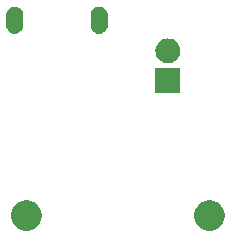
<source format=gbs>
G04 #@! TF.GenerationSoftware,KiCad,Pcbnew,5.0.2-bee76a0~70~ubuntu16.04.1*
G04 #@! TF.CreationDate,2018-12-16T16:52:19+05:30*
G04 #@! TF.ProjectId,voltage_6V,766f6c74-6167-4655-9f36-562e6b696361,rev?*
G04 #@! TF.SameCoordinates,Original*
G04 #@! TF.FileFunction,Soldermask,Bot*
G04 #@! TF.FilePolarity,Negative*
%FSLAX46Y46*%
G04 Gerber Fmt 4.6, Leading zero omitted, Abs format (unit mm)*
G04 Created by KiCad (PCBNEW 5.0.2-bee76a0~70~ubuntu16.04.1) date Sun Dec 16 16:52:19 2018*
%MOMM*%
%LPD*%
G01*
G04 APERTURE LIST*
%ADD10C,0.100000*%
G04 APERTURE END LIST*
D10*
G36*
X158379196Y-101749958D02*
X158615780Y-101847954D01*
X158828705Y-101990226D01*
X159009774Y-102171295D01*
X159152046Y-102384220D01*
X159250042Y-102620804D01*
X159300000Y-102871960D01*
X159300000Y-103128040D01*
X159250042Y-103379196D01*
X159152046Y-103615780D01*
X159009774Y-103828705D01*
X158828705Y-104009774D01*
X158615780Y-104152046D01*
X158379196Y-104250042D01*
X158128040Y-104300000D01*
X157871960Y-104300000D01*
X157620804Y-104250042D01*
X157384220Y-104152046D01*
X157171295Y-104009774D01*
X156990226Y-103828705D01*
X156847954Y-103615780D01*
X156749958Y-103379196D01*
X156700000Y-103128040D01*
X156700000Y-102871960D01*
X156749958Y-102620804D01*
X156847954Y-102384220D01*
X156990226Y-102171295D01*
X157171295Y-101990226D01*
X157384220Y-101847954D01*
X157620804Y-101749958D01*
X157871960Y-101700000D01*
X158128040Y-101700000D01*
X158379196Y-101749958D01*
X158379196Y-101749958D01*
G37*
G36*
X142879196Y-101749958D02*
X143115780Y-101847954D01*
X143328705Y-101990226D01*
X143509774Y-102171295D01*
X143652046Y-102384220D01*
X143750042Y-102620804D01*
X143800000Y-102871960D01*
X143800000Y-103128040D01*
X143750042Y-103379196D01*
X143652046Y-103615780D01*
X143509774Y-103828705D01*
X143328705Y-104009774D01*
X143115780Y-104152046D01*
X142879196Y-104250042D01*
X142628040Y-104300000D01*
X142371960Y-104300000D01*
X142120804Y-104250042D01*
X141884220Y-104152046D01*
X141671295Y-104009774D01*
X141490226Y-103828705D01*
X141347954Y-103615780D01*
X141249958Y-103379196D01*
X141200000Y-103128040D01*
X141200000Y-102871960D01*
X141249958Y-102620804D01*
X141347954Y-102384220D01*
X141490226Y-102171295D01*
X141671295Y-101990226D01*
X141884220Y-101847954D01*
X142120804Y-101749958D01*
X142371960Y-101700000D01*
X142628040Y-101700000D01*
X142879196Y-101749958D01*
X142879196Y-101749958D01*
G37*
G36*
X155528000Y-92654000D02*
X153428000Y-92654000D01*
X153428000Y-90554000D01*
X155528000Y-90554000D01*
X155528000Y-92654000D01*
X155528000Y-92654000D01*
G37*
G36*
X154606707Y-88021597D02*
X154683836Y-88029193D01*
X154815787Y-88069220D01*
X154881763Y-88089233D01*
X155064172Y-88186733D01*
X155224054Y-88317946D01*
X155355267Y-88477828D01*
X155452767Y-88660237D01*
X155452767Y-88660238D01*
X155512807Y-88858164D01*
X155533080Y-89064000D01*
X155512807Y-89269836D01*
X155472780Y-89401787D01*
X155452767Y-89467763D01*
X155355267Y-89650172D01*
X155224054Y-89810054D01*
X155064172Y-89941267D01*
X154881763Y-90038767D01*
X154815787Y-90058780D01*
X154683836Y-90098807D01*
X154606707Y-90106404D01*
X154529580Y-90114000D01*
X154426420Y-90114000D01*
X154349293Y-90106404D01*
X154272164Y-90098807D01*
X154140213Y-90058780D01*
X154074237Y-90038767D01*
X153891828Y-89941267D01*
X153731946Y-89810054D01*
X153600733Y-89650172D01*
X153503233Y-89467763D01*
X153483220Y-89401787D01*
X153443193Y-89269836D01*
X153422920Y-89064000D01*
X153443193Y-88858164D01*
X153503233Y-88660238D01*
X153503233Y-88660237D01*
X153600733Y-88477828D01*
X153731946Y-88317946D01*
X153891828Y-88186733D01*
X154074237Y-88089233D01*
X154140213Y-88069220D01*
X154272164Y-88029193D01*
X154349293Y-88021597D01*
X154426420Y-88014000D01*
X154529580Y-88014000D01*
X154606707Y-88021597D01*
X154606707Y-88021597D01*
G37*
G36*
X141552375Y-85318159D02*
X141647125Y-85327491D01*
X141738234Y-85355128D01*
X141783789Y-85368947D01*
X141909738Y-85436269D01*
X142020132Y-85526868D01*
X142110731Y-85637262D01*
X142178053Y-85763211D01*
X142191872Y-85808766D01*
X142219509Y-85899875D01*
X142230000Y-86006393D01*
X142230000Y-86927607D01*
X142219509Y-87034125D01*
X142191872Y-87125234D01*
X142178053Y-87170789D01*
X142110731Y-87296738D01*
X142020132Y-87407132D01*
X141909737Y-87497731D01*
X141783788Y-87565053D01*
X141738233Y-87578872D01*
X141647124Y-87606509D01*
X141505000Y-87620507D01*
X141504999Y-87620507D01*
X141457625Y-87615841D01*
X141362875Y-87606509D01*
X141271766Y-87578872D01*
X141226211Y-87565053D01*
X141100262Y-87497731D01*
X140989868Y-87407132D01*
X140899269Y-87296737D01*
X140831947Y-87170788D01*
X140818128Y-87125233D01*
X140790491Y-87034124D01*
X140780000Y-86927606D01*
X140780000Y-86006393D01*
X140790492Y-85899875D01*
X140818129Y-85808766D01*
X140831948Y-85763211D01*
X140899270Y-85637262D01*
X140989869Y-85526868D01*
X141100263Y-85436269D01*
X141226212Y-85368947D01*
X141271767Y-85355128D01*
X141362876Y-85327491D01*
X141505000Y-85313493D01*
X141505001Y-85313493D01*
X141552375Y-85318159D01*
X141552375Y-85318159D01*
G37*
G36*
X148797124Y-85327491D02*
X148888233Y-85355128D01*
X148933788Y-85368947D01*
X149059737Y-85436269D01*
X149170132Y-85526868D01*
X149260731Y-85637262D01*
X149328053Y-85763211D01*
X149341872Y-85808766D01*
X149369509Y-85899875D01*
X149380000Y-86006393D01*
X149380000Y-86927607D01*
X149369509Y-87034125D01*
X149341872Y-87125234D01*
X149328053Y-87170789D01*
X149260731Y-87296738D01*
X149170132Y-87407132D01*
X149059738Y-87497731D01*
X148933789Y-87565053D01*
X148888234Y-87578872D01*
X148797125Y-87606509D01*
X148702375Y-87615841D01*
X148655001Y-87620507D01*
X148655000Y-87620507D01*
X148512876Y-87606509D01*
X148421767Y-87578872D01*
X148376212Y-87565053D01*
X148250263Y-87497731D01*
X148139869Y-87407132D01*
X148049270Y-87296738D01*
X147981948Y-87170789D01*
X147968129Y-87125234D01*
X147940492Y-87034125D01*
X147930000Y-86927607D01*
X147930000Y-86006394D01*
X147940491Y-85899876D01*
X147981947Y-85763213D01*
X147981947Y-85763212D01*
X148049269Y-85637263D01*
X148139868Y-85526868D01*
X148250262Y-85436269D01*
X148376211Y-85368947D01*
X148421766Y-85355128D01*
X148512875Y-85327491D01*
X148607625Y-85318159D01*
X148654999Y-85313493D01*
X148655000Y-85313493D01*
X148797124Y-85327491D01*
X148797124Y-85327491D01*
G37*
M02*

</source>
